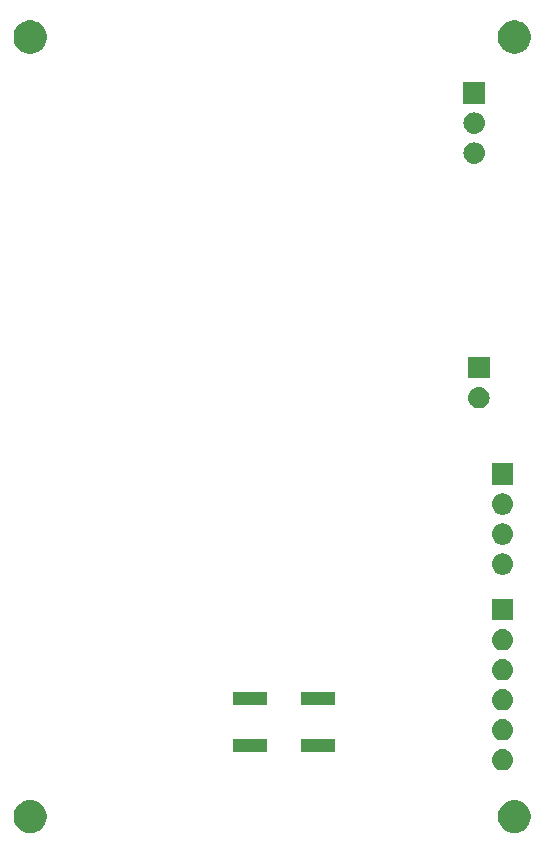
<source format=gbs>
G04 #@! TF.GenerationSoftware,KiCad,Pcbnew,5.1.4-e60b266~84~ubuntu18.04.1*
G04 #@! TF.CreationDate,2019-09-09T20:57:08+05:30*
G04 #@! TF.ProjectId,SenseCam_rev1,53656e73-6543-4616-9d5f-726576312e6b,rev?*
G04 #@! TF.SameCoordinates,Original*
G04 #@! TF.FileFunction,Soldermask,Bot*
G04 #@! TF.FilePolarity,Negative*
%FSLAX46Y46*%
G04 Gerber Fmt 4.6, Leading zero omitted, Abs format (unit mm)*
G04 Created by KiCad (PCBNEW 5.1.4-e60b266~84~ubuntu18.04.1) date 2019-09-09 20:57:08*
%MOMM*%
%LPD*%
G04 APERTURE LIST*
%ADD10C,0.100000*%
G04 APERTURE END LIST*
D10*
G36*
X98318433Y-186634893D02*
G01*
X98408657Y-186652839D01*
X98514267Y-186696585D01*
X98663621Y-186758449D01*
X98663622Y-186758450D01*
X98893086Y-186911772D01*
X99088228Y-187106914D01*
X99190675Y-187260237D01*
X99241551Y-187336379D01*
X99347161Y-187591344D01*
X99401000Y-187862012D01*
X99401000Y-188137988D01*
X99347161Y-188408656D01*
X99241551Y-188663621D01*
X99241550Y-188663622D01*
X99088228Y-188893086D01*
X98893086Y-189088228D01*
X98739763Y-189190675D01*
X98663621Y-189241551D01*
X98514267Y-189303415D01*
X98408657Y-189347161D01*
X98318433Y-189365107D01*
X98137988Y-189401000D01*
X97862012Y-189401000D01*
X97681567Y-189365107D01*
X97591343Y-189347161D01*
X97485733Y-189303415D01*
X97336379Y-189241551D01*
X97260237Y-189190675D01*
X97106914Y-189088228D01*
X96911772Y-188893086D01*
X96758450Y-188663622D01*
X96758449Y-188663621D01*
X96652839Y-188408656D01*
X96599000Y-188137988D01*
X96599000Y-187862012D01*
X96652839Y-187591344D01*
X96758449Y-187336379D01*
X96809325Y-187260237D01*
X96911772Y-187106914D01*
X97106914Y-186911772D01*
X97336378Y-186758450D01*
X97336379Y-186758449D01*
X97485733Y-186696585D01*
X97591343Y-186652839D01*
X97681567Y-186634893D01*
X97862012Y-186599000D01*
X98137988Y-186599000D01*
X98318433Y-186634893D01*
X98318433Y-186634893D01*
G37*
G36*
X57318433Y-186634893D02*
G01*
X57408657Y-186652839D01*
X57514267Y-186696585D01*
X57663621Y-186758449D01*
X57663622Y-186758450D01*
X57893086Y-186911772D01*
X58088228Y-187106914D01*
X58190675Y-187260237D01*
X58241551Y-187336379D01*
X58347161Y-187591344D01*
X58401000Y-187862012D01*
X58401000Y-188137988D01*
X58347161Y-188408656D01*
X58241551Y-188663621D01*
X58241550Y-188663622D01*
X58088228Y-188893086D01*
X57893086Y-189088228D01*
X57739763Y-189190675D01*
X57663621Y-189241551D01*
X57514267Y-189303415D01*
X57408657Y-189347161D01*
X57318433Y-189365107D01*
X57137988Y-189401000D01*
X56862012Y-189401000D01*
X56681567Y-189365107D01*
X56591343Y-189347161D01*
X56485733Y-189303415D01*
X56336379Y-189241551D01*
X56260237Y-189190675D01*
X56106914Y-189088228D01*
X55911772Y-188893086D01*
X55758450Y-188663622D01*
X55758449Y-188663621D01*
X55652839Y-188408656D01*
X55599000Y-188137988D01*
X55599000Y-187862012D01*
X55652839Y-187591344D01*
X55758449Y-187336379D01*
X55809325Y-187260237D01*
X55911772Y-187106914D01*
X56106914Y-186911772D01*
X56336378Y-186758450D01*
X56336379Y-186758449D01*
X56485733Y-186696585D01*
X56591343Y-186652839D01*
X56681567Y-186634893D01*
X56862012Y-186599000D01*
X57137988Y-186599000D01*
X57318433Y-186634893D01*
X57318433Y-186634893D01*
G37*
G36*
X97110443Y-182305519D02*
G01*
X97176627Y-182312037D01*
X97346466Y-182363557D01*
X97502991Y-182447222D01*
X97538729Y-182476552D01*
X97640186Y-182559814D01*
X97723448Y-182661271D01*
X97752778Y-182697009D01*
X97836443Y-182853534D01*
X97887963Y-183023373D01*
X97905359Y-183200000D01*
X97887963Y-183376627D01*
X97836443Y-183546466D01*
X97752778Y-183702991D01*
X97723448Y-183738729D01*
X97640186Y-183840186D01*
X97538729Y-183923448D01*
X97502991Y-183952778D01*
X97346466Y-184036443D01*
X97176627Y-184087963D01*
X97110443Y-184094481D01*
X97044260Y-184101000D01*
X96955740Y-184101000D01*
X96889557Y-184094481D01*
X96823373Y-184087963D01*
X96653534Y-184036443D01*
X96497009Y-183952778D01*
X96461271Y-183923448D01*
X96359814Y-183840186D01*
X96276552Y-183738729D01*
X96247222Y-183702991D01*
X96163557Y-183546466D01*
X96112037Y-183376627D01*
X96094641Y-183200000D01*
X96112037Y-183023373D01*
X96163557Y-182853534D01*
X96247222Y-182697009D01*
X96276552Y-182661271D01*
X96359814Y-182559814D01*
X96461271Y-182476552D01*
X96497009Y-182447222D01*
X96653534Y-182363557D01*
X96823373Y-182312037D01*
X96889557Y-182305519D01*
X96955740Y-182299000D01*
X97044260Y-182299000D01*
X97110443Y-182305519D01*
X97110443Y-182305519D01*
G37*
G36*
X82851000Y-182551000D02*
G01*
X79949000Y-182551000D01*
X79949000Y-181449000D01*
X82851000Y-181449000D01*
X82851000Y-182551000D01*
X82851000Y-182551000D01*
G37*
G36*
X77051000Y-182551000D02*
G01*
X74149000Y-182551000D01*
X74149000Y-181449000D01*
X77051000Y-181449000D01*
X77051000Y-182551000D01*
X77051000Y-182551000D01*
G37*
G36*
X97110443Y-179765519D02*
G01*
X97176627Y-179772037D01*
X97346466Y-179823557D01*
X97502991Y-179907222D01*
X97538729Y-179936552D01*
X97640186Y-180019814D01*
X97723448Y-180121271D01*
X97752778Y-180157009D01*
X97836443Y-180313534D01*
X97887963Y-180483373D01*
X97905359Y-180660000D01*
X97887963Y-180836627D01*
X97836443Y-181006466D01*
X97752778Y-181162991D01*
X97723448Y-181198729D01*
X97640186Y-181300186D01*
X97538729Y-181383448D01*
X97502991Y-181412778D01*
X97346466Y-181496443D01*
X97176627Y-181547963D01*
X97110443Y-181554481D01*
X97044260Y-181561000D01*
X96955740Y-181561000D01*
X96889557Y-181554481D01*
X96823373Y-181547963D01*
X96653534Y-181496443D01*
X96497009Y-181412778D01*
X96461271Y-181383448D01*
X96359814Y-181300186D01*
X96276552Y-181198729D01*
X96247222Y-181162991D01*
X96163557Y-181006466D01*
X96112037Y-180836627D01*
X96094641Y-180660000D01*
X96112037Y-180483373D01*
X96163557Y-180313534D01*
X96247222Y-180157009D01*
X96276552Y-180121271D01*
X96359814Y-180019814D01*
X96461271Y-179936552D01*
X96497009Y-179907222D01*
X96653534Y-179823557D01*
X96823373Y-179772037D01*
X96889557Y-179765519D01*
X96955740Y-179759000D01*
X97044260Y-179759000D01*
X97110443Y-179765519D01*
X97110443Y-179765519D01*
G37*
G36*
X97110442Y-177225518D02*
G01*
X97176627Y-177232037D01*
X97346466Y-177283557D01*
X97502991Y-177367222D01*
X97538729Y-177396552D01*
X97640186Y-177479814D01*
X97723448Y-177581271D01*
X97752778Y-177617009D01*
X97836443Y-177773534D01*
X97887963Y-177943373D01*
X97905359Y-178120000D01*
X97887963Y-178296627D01*
X97836443Y-178466466D01*
X97752778Y-178622991D01*
X97723448Y-178658729D01*
X97640186Y-178760186D01*
X97538729Y-178843448D01*
X97502991Y-178872778D01*
X97346466Y-178956443D01*
X97176627Y-179007963D01*
X97110442Y-179014482D01*
X97044260Y-179021000D01*
X96955740Y-179021000D01*
X96889558Y-179014482D01*
X96823373Y-179007963D01*
X96653534Y-178956443D01*
X96497009Y-178872778D01*
X96461271Y-178843448D01*
X96359814Y-178760186D01*
X96276552Y-178658729D01*
X96247222Y-178622991D01*
X96163557Y-178466466D01*
X96112037Y-178296627D01*
X96094641Y-178120000D01*
X96112037Y-177943373D01*
X96163557Y-177773534D01*
X96247222Y-177617009D01*
X96276552Y-177581271D01*
X96359814Y-177479814D01*
X96461271Y-177396552D01*
X96497009Y-177367222D01*
X96653534Y-177283557D01*
X96823373Y-177232037D01*
X96889558Y-177225518D01*
X96955740Y-177219000D01*
X97044260Y-177219000D01*
X97110442Y-177225518D01*
X97110442Y-177225518D01*
G37*
G36*
X82851000Y-178551000D02*
G01*
X79949000Y-178551000D01*
X79949000Y-177449000D01*
X82851000Y-177449000D01*
X82851000Y-178551000D01*
X82851000Y-178551000D01*
G37*
G36*
X77051000Y-178551000D02*
G01*
X74149000Y-178551000D01*
X74149000Y-177449000D01*
X77051000Y-177449000D01*
X77051000Y-178551000D01*
X77051000Y-178551000D01*
G37*
G36*
X97110442Y-174685518D02*
G01*
X97176627Y-174692037D01*
X97346466Y-174743557D01*
X97502991Y-174827222D01*
X97538729Y-174856552D01*
X97640186Y-174939814D01*
X97723448Y-175041271D01*
X97752778Y-175077009D01*
X97836443Y-175233534D01*
X97887963Y-175403373D01*
X97905359Y-175580000D01*
X97887963Y-175756627D01*
X97836443Y-175926466D01*
X97752778Y-176082991D01*
X97723448Y-176118729D01*
X97640186Y-176220186D01*
X97538729Y-176303448D01*
X97502991Y-176332778D01*
X97346466Y-176416443D01*
X97176627Y-176467963D01*
X97110443Y-176474481D01*
X97044260Y-176481000D01*
X96955740Y-176481000D01*
X96889557Y-176474481D01*
X96823373Y-176467963D01*
X96653534Y-176416443D01*
X96497009Y-176332778D01*
X96461271Y-176303448D01*
X96359814Y-176220186D01*
X96276552Y-176118729D01*
X96247222Y-176082991D01*
X96163557Y-175926466D01*
X96112037Y-175756627D01*
X96094641Y-175580000D01*
X96112037Y-175403373D01*
X96163557Y-175233534D01*
X96247222Y-175077009D01*
X96276552Y-175041271D01*
X96359814Y-174939814D01*
X96461271Y-174856552D01*
X96497009Y-174827222D01*
X96653534Y-174743557D01*
X96823373Y-174692037D01*
X96889558Y-174685518D01*
X96955740Y-174679000D01*
X97044260Y-174679000D01*
X97110442Y-174685518D01*
X97110442Y-174685518D01*
G37*
G36*
X97110442Y-172145518D02*
G01*
X97176627Y-172152037D01*
X97346466Y-172203557D01*
X97502991Y-172287222D01*
X97538729Y-172316552D01*
X97640186Y-172399814D01*
X97723448Y-172501271D01*
X97752778Y-172537009D01*
X97836443Y-172693534D01*
X97887963Y-172863373D01*
X97905359Y-173040000D01*
X97887963Y-173216627D01*
X97836443Y-173386466D01*
X97752778Y-173542991D01*
X97723448Y-173578729D01*
X97640186Y-173680186D01*
X97538729Y-173763448D01*
X97502991Y-173792778D01*
X97346466Y-173876443D01*
X97176627Y-173927963D01*
X97110442Y-173934482D01*
X97044260Y-173941000D01*
X96955740Y-173941000D01*
X96889558Y-173934482D01*
X96823373Y-173927963D01*
X96653534Y-173876443D01*
X96497009Y-173792778D01*
X96461271Y-173763448D01*
X96359814Y-173680186D01*
X96276552Y-173578729D01*
X96247222Y-173542991D01*
X96163557Y-173386466D01*
X96112037Y-173216627D01*
X96094641Y-173040000D01*
X96112037Y-172863373D01*
X96163557Y-172693534D01*
X96247222Y-172537009D01*
X96276552Y-172501271D01*
X96359814Y-172399814D01*
X96461271Y-172316552D01*
X96497009Y-172287222D01*
X96653534Y-172203557D01*
X96823373Y-172152037D01*
X96889558Y-172145518D01*
X96955740Y-172139000D01*
X97044260Y-172139000D01*
X97110442Y-172145518D01*
X97110442Y-172145518D01*
G37*
G36*
X97901000Y-171401000D02*
G01*
X96099000Y-171401000D01*
X96099000Y-169599000D01*
X97901000Y-169599000D01*
X97901000Y-171401000D01*
X97901000Y-171401000D01*
G37*
G36*
X97110443Y-165725519D02*
G01*
X97176627Y-165732037D01*
X97346466Y-165783557D01*
X97502991Y-165867222D01*
X97538729Y-165896552D01*
X97640186Y-165979814D01*
X97723448Y-166081271D01*
X97752778Y-166117009D01*
X97836443Y-166273534D01*
X97887963Y-166443373D01*
X97905359Y-166620000D01*
X97887963Y-166796627D01*
X97836443Y-166966466D01*
X97752778Y-167122991D01*
X97723448Y-167158729D01*
X97640186Y-167260186D01*
X97538729Y-167343448D01*
X97502991Y-167372778D01*
X97346466Y-167456443D01*
X97176627Y-167507963D01*
X97110442Y-167514482D01*
X97044260Y-167521000D01*
X96955740Y-167521000D01*
X96889558Y-167514482D01*
X96823373Y-167507963D01*
X96653534Y-167456443D01*
X96497009Y-167372778D01*
X96461271Y-167343448D01*
X96359814Y-167260186D01*
X96276552Y-167158729D01*
X96247222Y-167122991D01*
X96163557Y-166966466D01*
X96112037Y-166796627D01*
X96094641Y-166620000D01*
X96112037Y-166443373D01*
X96163557Y-166273534D01*
X96247222Y-166117009D01*
X96276552Y-166081271D01*
X96359814Y-165979814D01*
X96461271Y-165896552D01*
X96497009Y-165867222D01*
X96653534Y-165783557D01*
X96823373Y-165732037D01*
X96889557Y-165725519D01*
X96955740Y-165719000D01*
X97044260Y-165719000D01*
X97110443Y-165725519D01*
X97110443Y-165725519D01*
G37*
G36*
X97110442Y-163185518D02*
G01*
X97176627Y-163192037D01*
X97346466Y-163243557D01*
X97502991Y-163327222D01*
X97538729Y-163356552D01*
X97640186Y-163439814D01*
X97723448Y-163541271D01*
X97752778Y-163577009D01*
X97836443Y-163733534D01*
X97887963Y-163903373D01*
X97905359Y-164080000D01*
X97887963Y-164256627D01*
X97836443Y-164426466D01*
X97752778Y-164582991D01*
X97723448Y-164618729D01*
X97640186Y-164720186D01*
X97538729Y-164803448D01*
X97502991Y-164832778D01*
X97346466Y-164916443D01*
X97176627Y-164967963D01*
X97110443Y-164974481D01*
X97044260Y-164981000D01*
X96955740Y-164981000D01*
X96889557Y-164974481D01*
X96823373Y-164967963D01*
X96653534Y-164916443D01*
X96497009Y-164832778D01*
X96461271Y-164803448D01*
X96359814Y-164720186D01*
X96276552Y-164618729D01*
X96247222Y-164582991D01*
X96163557Y-164426466D01*
X96112037Y-164256627D01*
X96094641Y-164080000D01*
X96112037Y-163903373D01*
X96163557Y-163733534D01*
X96247222Y-163577009D01*
X96276552Y-163541271D01*
X96359814Y-163439814D01*
X96461271Y-163356552D01*
X96497009Y-163327222D01*
X96653534Y-163243557D01*
X96823373Y-163192037D01*
X96889558Y-163185518D01*
X96955740Y-163179000D01*
X97044260Y-163179000D01*
X97110442Y-163185518D01*
X97110442Y-163185518D01*
G37*
G36*
X97110442Y-160645518D02*
G01*
X97176627Y-160652037D01*
X97346466Y-160703557D01*
X97502991Y-160787222D01*
X97538729Y-160816552D01*
X97640186Y-160899814D01*
X97723448Y-161001271D01*
X97752778Y-161037009D01*
X97836443Y-161193534D01*
X97887963Y-161363373D01*
X97905359Y-161540000D01*
X97887963Y-161716627D01*
X97836443Y-161886466D01*
X97752778Y-162042991D01*
X97723448Y-162078729D01*
X97640186Y-162180186D01*
X97538729Y-162263448D01*
X97502991Y-162292778D01*
X97346466Y-162376443D01*
X97176627Y-162427963D01*
X97110443Y-162434481D01*
X97044260Y-162441000D01*
X96955740Y-162441000D01*
X96889557Y-162434481D01*
X96823373Y-162427963D01*
X96653534Y-162376443D01*
X96497009Y-162292778D01*
X96461271Y-162263448D01*
X96359814Y-162180186D01*
X96276552Y-162078729D01*
X96247222Y-162042991D01*
X96163557Y-161886466D01*
X96112037Y-161716627D01*
X96094641Y-161540000D01*
X96112037Y-161363373D01*
X96163557Y-161193534D01*
X96247222Y-161037009D01*
X96276552Y-161001271D01*
X96359814Y-160899814D01*
X96461271Y-160816552D01*
X96497009Y-160787222D01*
X96653534Y-160703557D01*
X96823373Y-160652037D01*
X96889558Y-160645518D01*
X96955740Y-160639000D01*
X97044260Y-160639000D01*
X97110442Y-160645518D01*
X97110442Y-160645518D01*
G37*
G36*
X97901000Y-159901000D02*
G01*
X96099000Y-159901000D01*
X96099000Y-158099000D01*
X97901000Y-158099000D01*
X97901000Y-159901000D01*
X97901000Y-159901000D01*
G37*
G36*
X95110443Y-151645519D02*
G01*
X95176627Y-151652037D01*
X95346466Y-151703557D01*
X95502991Y-151787222D01*
X95538729Y-151816552D01*
X95640186Y-151899814D01*
X95723448Y-152001271D01*
X95752778Y-152037009D01*
X95836443Y-152193534D01*
X95887963Y-152363373D01*
X95905359Y-152540000D01*
X95887963Y-152716627D01*
X95836443Y-152886466D01*
X95752778Y-153042991D01*
X95723448Y-153078729D01*
X95640186Y-153180186D01*
X95538729Y-153263448D01*
X95502991Y-153292778D01*
X95346466Y-153376443D01*
X95176627Y-153427963D01*
X95110443Y-153434481D01*
X95044260Y-153441000D01*
X94955740Y-153441000D01*
X94889557Y-153434481D01*
X94823373Y-153427963D01*
X94653534Y-153376443D01*
X94497009Y-153292778D01*
X94461271Y-153263448D01*
X94359814Y-153180186D01*
X94276552Y-153078729D01*
X94247222Y-153042991D01*
X94163557Y-152886466D01*
X94112037Y-152716627D01*
X94094641Y-152540000D01*
X94112037Y-152363373D01*
X94163557Y-152193534D01*
X94247222Y-152037009D01*
X94276552Y-152001271D01*
X94359814Y-151899814D01*
X94461271Y-151816552D01*
X94497009Y-151787222D01*
X94653534Y-151703557D01*
X94823373Y-151652037D01*
X94889557Y-151645519D01*
X94955740Y-151639000D01*
X95044260Y-151639000D01*
X95110443Y-151645519D01*
X95110443Y-151645519D01*
G37*
G36*
X95901000Y-150901000D02*
G01*
X94099000Y-150901000D01*
X94099000Y-149099000D01*
X95901000Y-149099000D01*
X95901000Y-150901000D01*
X95901000Y-150901000D01*
G37*
G36*
X94700043Y-130931519D02*
G01*
X94766227Y-130938037D01*
X94936066Y-130989557D01*
X95092591Y-131073222D01*
X95128329Y-131102552D01*
X95229786Y-131185814D01*
X95313048Y-131287271D01*
X95342378Y-131323009D01*
X95426043Y-131479534D01*
X95477563Y-131649373D01*
X95494959Y-131826000D01*
X95477563Y-132002627D01*
X95426043Y-132172466D01*
X95342378Y-132328991D01*
X95313048Y-132364729D01*
X95229786Y-132466186D01*
X95128329Y-132549448D01*
X95092591Y-132578778D01*
X94936066Y-132662443D01*
X94766227Y-132713963D01*
X94700043Y-132720481D01*
X94633860Y-132727000D01*
X94545340Y-132727000D01*
X94479157Y-132720481D01*
X94412973Y-132713963D01*
X94243134Y-132662443D01*
X94086609Y-132578778D01*
X94050871Y-132549448D01*
X93949414Y-132466186D01*
X93866152Y-132364729D01*
X93836822Y-132328991D01*
X93753157Y-132172466D01*
X93701637Y-132002627D01*
X93684241Y-131826000D01*
X93701637Y-131649373D01*
X93753157Y-131479534D01*
X93836822Y-131323009D01*
X93866152Y-131287271D01*
X93949414Y-131185814D01*
X94050871Y-131102552D01*
X94086609Y-131073222D01*
X94243134Y-130989557D01*
X94412973Y-130938037D01*
X94479157Y-130931519D01*
X94545340Y-130925000D01*
X94633860Y-130925000D01*
X94700043Y-130931519D01*
X94700043Y-130931519D01*
G37*
G36*
X94700043Y-128391519D02*
G01*
X94766227Y-128398037D01*
X94936066Y-128449557D01*
X95092591Y-128533222D01*
X95128329Y-128562552D01*
X95229786Y-128645814D01*
X95313048Y-128747271D01*
X95342378Y-128783009D01*
X95426043Y-128939534D01*
X95477563Y-129109373D01*
X95494959Y-129286000D01*
X95477563Y-129462627D01*
X95426043Y-129632466D01*
X95342378Y-129788991D01*
X95313048Y-129824729D01*
X95229786Y-129926186D01*
X95128329Y-130009448D01*
X95092591Y-130038778D01*
X94936066Y-130122443D01*
X94766227Y-130173963D01*
X94700043Y-130180481D01*
X94633860Y-130187000D01*
X94545340Y-130187000D01*
X94479157Y-130180481D01*
X94412973Y-130173963D01*
X94243134Y-130122443D01*
X94086609Y-130038778D01*
X94050871Y-130009448D01*
X93949414Y-129926186D01*
X93866152Y-129824729D01*
X93836822Y-129788991D01*
X93753157Y-129632466D01*
X93701637Y-129462627D01*
X93684241Y-129286000D01*
X93701637Y-129109373D01*
X93753157Y-128939534D01*
X93836822Y-128783009D01*
X93866152Y-128747271D01*
X93949414Y-128645814D01*
X94050871Y-128562552D01*
X94086609Y-128533222D01*
X94243134Y-128449557D01*
X94412973Y-128398037D01*
X94479157Y-128391519D01*
X94545340Y-128385000D01*
X94633860Y-128385000D01*
X94700043Y-128391519D01*
X94700043Y-128391519D01*
G37*
G36*
X95490600Y-127647000D02*
G01*
X93688600Y-127647000D01*
X93688600Y-125845000D01*
X95490600Y-125845000D01*
X95490600Y-127647000D01*
X95490600Y-127647000D01*
G37*
G36*
X57318433Y-120634893D02*
G01*
X57408657Y-120652839D01*
X57514267Y-120696585D01*
X57663621Y-120758449D01*
X57663622Y-120758450D01*
X57893086Y-120911772D01*
X58088228Y-121106914D01*
X58190675Y-121260237D01*
X58241551Y-121336379D01*
X58347161Y-121591344D01*
X58401000Y-121862012D01*
X58401000Y-122137988D01*
X58347161Y-122408656D01*
X58241551Y-122663621D01*
X58241550Y-122663622D01*
X58088228Y-122893086D01*
X57893086Y-123088228D01*
X57739763Y-123190675D01*
X57663621Y-123241551D01*
X57514267Y-123303415D01*
X57408657Y-123347161D01*
X57318433Y-123365107D01*
X57137988Y-123401000D01*
X56862012Y-123401000D01*
X56681567Y-123365107D01*
X56591343Y-123347161D01*
X56485733Y-123303415D01*
X56336379Y-123241551D01*
X56260237Y-123190675D01*
X56106914Y-123088228D01*
X55911772Y-122893086D01*
X55758450Y-122663622D01*
X55758449Y-122663621D01*
X55652839Y-122408656D01*
X55599000Y-122137988D01*
X55599000Y-121862012D01*
X55652839Y-121591344D01*
X55758449Y-121336379D01*
X55809325Y-121260237D01*
X55911772Y-121106914D01*
X56106914Y-120911772D01*
X56336378Y-120758450D01*
X56336379Y-120758449D01*
X56485733Y-120696585D01*
X56591343Y-120652839D01*
X56681567Y-120634893D01*
X56862012Y-120599000D01*
X57137988Y-120599000D01*
X57318433Y-120634893D01*
X57318433Y-120634893D01*
G37*
G36*
X98318433Y-120634893D02*
G01*
X98408657Y-120652839D01*
X98514267Y-120696585D01*
X98663621Y-120758449D01*
X98663622Y-120758450D01*
X98893086Y-120911772D01*
X99088228Y-121106914D01*
X99190675Y-121260237D01*
X99241551Y-121336379D01*
X99347161Y-121591344D01*
X99401000Y-121862012D01*
X99401000Y-122137988D01*
X99347161Y-122408656D01*
X99241551Y-122663621D01*
X99241550Y-122663622D01*
X99088228Y-122893086D01*
X98893086Y-123088228D01*
X98739763Y-123190675D01*
X98663621Y-123241551D01*
X98514267Y-123303415D01*
X98408657Y-123347161D01*
X98318433Y-123365107D01*
X98137988Y-123401000D01*
X97862012Y-123401000D01*
X97681567Y-123365107D01*
X97591343Y-123347161D01*
X97485733Y-123303415D01*
X97336379Y-123241551D01*
X97260237Y-123190675D01*
X97106914Y-123088228D01*
X96911772Y-122893086D01*
X96758450Y-122663622D01*
X96758449Y-122663621D01*
X96652839Y-122408656D01*
X96599000Y-122137988D01*
X96599000Y-121862012D01*
X96652839Y-121591344D01*
X96758449Y-121336379D01*
X96809325Y-121260237D01*
X96911772Y-121106914D01*
X97106914Y-120911772D01*
X97336378Y-120758450D01*
X97336379Y-120758449D01*
X97485733Y-120696585D01*
X97591343Y-120652839D01*
X97681567Y-120634893D01*
X97862012Y-120599000D01*
X98137988Y-120599000D01*
X98318433Y-120634893D01*
X98318433Y-120634893D01*
G37*
M02*

</source>
